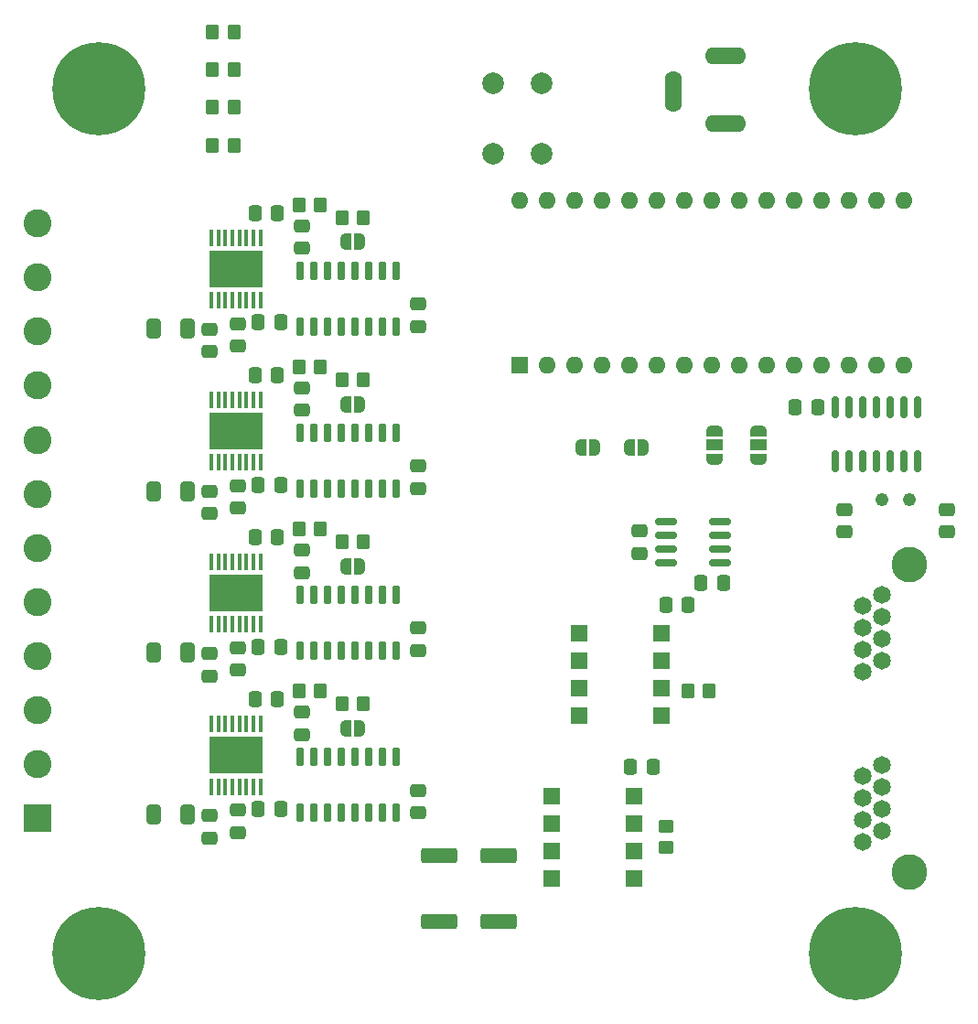
<source format=gbr>
%TF.GenerationSoftware,KiCad,Pcbnew,8.0.6*%
%TF.CreationDate,2024-11-16T18:30:06-05:00*%
%TF.ProjectId,LCC_Booster,4c43435f-426f-46f7-9374-65722e6b6963,4*%
%TF.SameCoordinates,Original*%
%TF.FileFunction,Soldermask,Top*%
%TF.FilePolarity,Negative*%
%FSLAX46Y46*%
G04 Gerber Fmt 4.6, Leading zero omitted, Abs format (unit mm)*
G04 Created by KiCad (PCBNEW 8.0.6) date 2024-11-16 18:30:06*
%MOMM*%
%LPD*%
G01*
G04 APERTURE LIST*
G04 Aperture macros list*
%AMRoundRect*
0 Rectangle with rounded corners*
0 $1 Rounding radius*
0 $2 $3 $4 $5 $6 $7 $8 $9 X,Y pos of 4 corners*
0 Add a 4 corners polygon primitive as box body*
4,1,4,$2,$3,$4,$5,$6,$7,$8,$9,$2,$3,0*
0 Add four circle primitives for the rounded corners*
1,1,$1+$1,$2,$3*
1,1,$1+$1,$4,$5*
1,1,$1+$1,$6,$7*
1,1,$1+$1,$8,$9*
0 Add four rect primitives between the rounded corners*
20,1,$1+$1,$2,$3,$4,$5,0*
20,1,$1+$1,$4,$5,$6,$7,0*
20,1,$1+$1,$6,$7,$8,$9,0*
20,1,$1+$1,$8,$9,$2,$3,0*%
%AMFreePoly0*
4,1,19,0.500000,-0.750000,0.000000,-0.750000,0.000000,-0.744911,-0.071157,-0.744911,-0.207708,-0.704816,-0.327430,-0.627875,-0.420627,-0.520320,-0.479746,-0.390866,-0.500000,-0.250000,-0.500000,0.250000,-0.479746,0.390866,-0.420627,0.520320,-0.327430,0.627875,-0.207708,0.704816,-0.071157,0.744911,0.000000,0.744911,0.000000,0.750000,0.500000,0.750000,0.500000,-0.750000,0.500000,-0.750000,
$1*%
%AMFreePoly1*
4,1,19,0.000000,0.744911,0.071157,0.744911,0.207708,0.704816,0.327430,0.627875,0.420627,0.520320,0.479746,0.390866,0.500000,0.250000,0.500000,-0.250000,0.479746,-0.390866,0.420627,-0.520320,0.327430,-0.627875,0.207708,-0.704816,0.071157,-0.744911,0.000000,-0.744911,0.000000,-0.750000,-0.500000,-0.750000,-0.500000,0.750000,0.000000,0.750000,0.000000,0.744911,0.000000,0.744911,
$1*%
%AMFreePoly2*
4,1,19,0.550000,-0.750000,0.000000,-0.750000,0.000000,-0.744911,-0.071157,-0.744911,-0.207708,-0.704816,-0.327430,-0.627875,-0.420627,-0.520320,-0.479746,-0.390866,-0.500000,-0.250000,-0.500000,0.250000,-0.479746,0.390866,-0.420627,0.520320,-0.327430,0.627875,-0.207708,0.704816,-0.071157,0.744911,0.000000,0.744911,0.000000,0.750000,0.550000,0.750000,0.550000,-0.750000,0.550000,-0.750000,
$1*%
%AMFreePoly3*
4,1,19,0.000000,0.744911,0.071157,0.744911,0.207708,0.704816,0.327430,0.627875,0.420627,0.520320,0.479746,0.390866,0.500000,0.250000,0.500000,-0.250000,0.479746,-0.390866,0.420627,-0.520320,0.327430,-0.627875,0.207708,-0.704816,0.071157,-0.744911,0.000000,-0.744911,0.000000,-0.750000,-0.550000,-0.750000,-0.550000,0.750000,0.000000,0.750000,0.000000,0.744911,0.000000,0.744911,
$1*%
G04 Aperture macros list end*
%ADD10C,0.000000*%
%ADD11RoundRect,0.250000X0.450000X-0.350000X0.450000X0.350000X-0.450000X0.350000X-0.450000X-0.350000X0*%
%ADD12RoundRect,0.250000X-0.350000X-0.450000X0.350000X-0.450000X0.350000X0.450000X-0.350000X0.450000X0*%
%ADD13RoundRect,0.250000X-0.337500X-0.475000X0.337500X-0.475000X0.337500X0.475000X-0.337500X0.475000X0*%
%ADD14RoundRect,0.250000X0.475000X-0.337500X0.475000X0.337500X-0.475000X0.337500X-0.475000X-0.337500X0*%
%ADD15RoundRect,0.250000X0.337500X0.475000X-0.337500X0.475000X-0.337500X-0.475000X0.337500X-0.475000X0*%
%ADD16RoundRect,0.250000X-0.475000X0.337500X-0.475000X-0.337500X0.475000X-0.337500X0.475000X0.337500X0*%
%ADD17FreePoly0,180.000000*%
%ADD18FreePoly1,180.000000*%
%ADD19RoundRect,0.250000X0.412500X0.650000X-0.412500X0.650000X-0.412500X-0.650000X0.412500X-0.650000X0*%
%ADD20R,1.600000X1.600000*%
%ADD21FreePoly0,0.000000*%
%ADD22FreePoly1,0.000000*%
%ADD23C,2.000000*%
%ADD24R,0.449999X1.500000*%
%ADD25R,5.000000X3.400001*%
%ADD26RoundRect,0.150000X-0.150000X0.725000X-0.150000X-0.725000X0.150000X-0.725000X0.150000X0.725000X0*%
%ADD27FreePoly2,270.000000*%
%ADD28R,1.500000X1.000000*%
%ADD29FreePoly3,270.000000*%
%ADD30RoundRect,0.150000X0.150000X-0.825000X0.150000X0.825000X-0.150000X0.825000X-0.150000X-0.825000X0*%
%ADD31C,0.900000*%
%ADD32C,8.600000*%
%ADD33C,3.300000*%
%ADD34C,1.652000*%
%ADD35C,1.234000*%
%ADD36O,1.600000X1.600000*%
%ADD37O,3.804000X1.604000*%
%ADD38O,1.604000X3.804000*%
%ADD39RoundRect,0.249999X1.425001X-0.450001X1.425001X0.450001X-1.425001X0.450001X-1.425001X-0.450001X0*%
%ADD40RoundRect,0.150000X-0.825000X-0.150000X0.825000X-0.150000X0.825000X0.150000X-0.825000X0.150000X0*%
%ADD41R,2.600000X2.600000*%
%ADD42C,2.600000*%
G04 APERTURE END LIST*
D10*
%TO.C,U8*%
G36*
X44405401Y-90458446D02*
G01*
X44414631Y-90461245D01*
X44423135Y-90465791D01*
X44430593Y-90471910D01*
X44436712Y-90479368D01*
X44441258Y-90487872D01*
X44444057Y-90497102D01*
X44445002Y-90506701D01*
X44445002Y-92868301D01*
X44444057Y-92877900D01*
X44441258Y-92887130D01*
X44436712Y-92895634D01*
X44430593Y-92903092D01*
X44423135Y-92909211D01*
X44414631Y-92913757D01*
X44405401Y-92916556D01*
X44395802Y-92917501D01*
X40944202Y-92917501D01*
X40934603Y-92916556D01*
X40925373Y-92913757D01*
X40916869Y-92909211D01*
X40909411Y-92903092D01*
X40903292Y-92895634D01*
X40898746Y-92887130D01*
X40895947Y-92877900D01*
X40895002Y-92868301D01*
X40895002Y-90506701D01*
X40895947Y-90497102D01*
X40898746Y-90487872D01*
X40903292Y-90479368D01*
X40909411Y-90471910D01*
X40916869Y-90465791D01*
X40925373Y-90461245D01*
X40934603Y-90458446D01*
X40944202Y-90457501D01*
X44395802Y-90457501D01*
X44405401Y-90458446D01*
G37*
%TO.C,U6*%
G36*
X44405401Y-75458446D02*
G01*
X44414631Y-75461245D01*
X44423135Y-75465791D01*
X44430593Y-75471910D01*
X44436712Y-75479368D01*
X44441258Y-75487872D01*
X44444057Y-75497102D01*
X44445002Y-75506701D01*
X44445002Y-77868301D01*
X44444057Y-77877900D01*
X44441258Y-77887130D01*
X44436712Y-77895634D01*
X44430593Y-77903092D01*
X44423135Y-77909211D01*
X44414631Y-77913757D01*
X44405401Y-77916556D01*
X44395802Y-77917501D01*
X40944202Y-77917501D01*
X40934603Y-77916556D01*
X40925373Y-77913757D01*
X40916869Y-77909211D01*
X40909411Y-77903092D01*
X40903292Y-77895634D01*
X40898746Y-77887130D01*
X40895947Y-77877900D01*
X40895002Y-77868301D01*
X40895002Y-75506701D01*
X40895947Y-75497102D01*
X40898746Y-75487872D01*
X40903292Y-75479368D01*
X40909411Y-75471910D01*
X40916869Y-75465791D01*
X40925373Y-75461245D01*
X40934603Y-75458446D01*
X40944202Y-75457501D01*
X44395802Y-75457501D01*
X44405401Y-75458446D01*
G37*
%TO.C,U4*%
G36*
X44405401Y-60458446D02*
G01*
X44414631Y-60461245D01*
X44423135Y-60465791D01*
X44430593Y-60471910D01*
X44436712Y-60479368D01*
X44441258Y-60487872D01*
X44444057Y-60497102D01*
X44445002Y-60506701D01*
X44445002Y-62868301D01*
X44444057Y-62877900D01*
X44441258Y-62887130D01*
X44436712Y-62895634D01*
X44430593Y-62903092D01*
X44423135Y-62909211D01*
X44414631Y-62913757D01*
X44405401Y-62916556D01*
X44395802Y-62917501D01*
X40944202Y-62917501D01*
X40934603Y-62916556D01*
X40925373Y-62913757D01*
X40916869Y-62909211D01*
X40909411Y-62903092D01*
X40903292Y-62895634D01*
X40898746Y-62887130D01*
X40895947Y-62877900D01*
X40895002Y-62868301D01*
X40895002Y-60506701D01*
X40895947Y-60497102D01*
X40898746Y-60487872D01*
X40903292Y-60479368D01*
X40909411Y-60471910D01*
X40916869Y-60465791D01*
X40925373Y-60461245D01*
X40934603Y-60458446D01*
X40944202Y-60457501D01*
X44395802Y-60457501D01*
X44405401Y-60458446D01*
G37*
%TO.C,U2*%
G36*
X44405401Y-45458446D02*
G01*
X44414631Y-45461245D01*
X44423135Y-45465791D01*
X44430593Y-45471910D01*
X44436712Y-45479368D01*
X44441258Y-45487872D01*
X44444057Y-45497102D01*
X44445002Y-45506701D01*
X44445002Y-47868301D01*
X44444057Y-47877900D01*
X44441258Y-47887130D01*
X44436712Y-47895634D01*
X44430593Y-47903092D01*
X44423135Y-47909211D01*
X44414631Y-47913757D01*
X44405401Y-47916556D01*
X44395802Y-47917501D01*
X40944202Y-47917501D01*
X40934603Y-47916556D01*
X40925373Y-47913757D01*
X40916869Y-47909211D01*
X40909411Y-47903092D01*
X40903292Y-47895634D01*
X40898746Y-47887130D01*
X40895947Y-47877900D01*
X40895002Y-47868301D01*
X40895002Y-45506701D01*
X40895947Y-45497102D01*
X40898746Y-45487872D01*
X40903292Y-45479368D01*
X40909411Y-45471910D01*
X40916869Y-45465791D01*
X40925373Y-45461245D01*
X40934603Y-45458446D01*
X40944202Y-45457501D01*
X44395802Y-45457501D01*
X44405401Y-45458446D01*
G37*
%TD*%
D11*
%TO.C,R16*%
X82500000Y-100250000D03*
X82500000Y-98250000D03*
%TD*%
D12*
%TO.C,R13*%
X84500000Y-85750000D03*
X86500000Y-85750000D03*
%TD*%
%TO.C,R12*%
X52500000Y-86950000D03*
X54500000Y-86950000D03*
%TD*%
%TO.C,R11*%
X48500000Y-85750000D03*
X50500000Y-85750000D03*
%TD*%
%TO.C,R9*%
X52500000Y-71950000D03*
X54500000Y-71950000D03*
%TD*%
%TO.C,R8*%
X48500000Y-70750000D03*
X50500000Y-70750000D03*
%TD*%
%TO.C,R6*%
X52500000Y-56950000D03*
X54500000Y-56950000D03*
%TD*%
%TO.C,R5*%
X48500000Y-55750000D03*
X50500000Y-55750000D03*
%TD*%
%TO.C,R3*%
X52500000Y-41950000D03*
X54500000Y-41950000D03*
%TD*%
%TO.C,R2*%
X48500000Y-40750000D03*
X50500000Y-40750000D03*
%TD*%
D13*
%TO.C,C35*%
X79212500Y-92750000D03*
X81287500Y-92750000D03*
%TD*%
%TO.C,C34*%
X82462500Y-77750000D03*
X84537500Y-77750000D03*
%TD*%
D14*
%TO.C,C33*%
X80000000Y-73037500D03*
X80000000Y-70962500D03*
%TD*%
D15*
%TO.C,C32*%
X96537500Y-59500000D03*
X94462500Y-59500000D03*
%TD*%
%TO.C,C31*%
X87787500Y-75750000D03*
X85712500Y-75750000D03*
%TD*%
D14*
%TO.C,C30*%
X108500000Y-71037500D03*
X108500000Y-68962500D03*
%TD*%
%TO.C,C29*%
X99000000Y-71037500D03*
X99000000Y-68962500D03*
%TD*%
D16*
%TO.C,C28*%
X48750000Y-87712500D03*
X48750000Y-89787500D03*
%TD*%
D13*
%TO.C,C27*%
X44750000Y-96656808D03*
X46825000Y-96656808D03*
%TD*%
D16*
%TO.C,C26*%
X40235532Y-97273779D03*
X40235532Y-99348779D03*
%TD*%
D14*
%TO.C,C24*%
X42874346Y-98825000D03*
X42874346Y-96750000D03*
%TD*%
D13*
%TO.C,C23*%
X44462500Y-86500000D03*
X46537500Y-86500000D03*
%TD*%
D14*
%TO.C,C22*%
X59500000Y-97000000D03*
X59500000Y-94925000D03*
%TD*%
D16*
%TO.C,C21*%
X48750000Y-72712500D03*
X48750000Y-74787500D03*
%TD*%
D13*
%TO.C,C20*%
X44750000Y-81656808D03*
X46825000Y-81656808D03*
%TD*%
D16*
%TO.C,C19*%
X40235532Y-82273779D03*
X40235532Y-84348779D03*
%TD*%
D14*
%TO.C,C17*%
X42874346Y-83825000D03*
X42874346Y-81750000D03*
%TD*%
D13*
%TO.C,C16*%
X44462500Y-71500000D03*
X46537500Y-71500000D03*
%TD*%
D14*
%TO.C,C15*%
X59500000Y-82000000D03*
X59500000Y-79925000D03*
%TD*%
D16*
%TO.C,C14*%
X48750000Y-57712500D03*
X48750000Y-59787500D03*
%TD*%
D13*
%TO.C,C13*%
X44750000Y-66656808D03*
X46825000Y-66656808D03*
%TD*%
D16*
%TO.C,C12*%
X40235532Y-67273779D03*
X40235532Y-69348779D03*
%TD*%
D14*
%TO.C,C10*%
X42874346Y-68825000D03*
X42874346Y-66750000D03*
%TD*%
D13*
%TO.C,C9*%
X44462500Y-56500000D03*
X46537500Y-56500000D03*
%TD*%
D14*
%TO.C,C8*%
X59500000Y-67000000D03*
X59500000Y-64925000D03*
%TD*%
D16*
%TO.C,C7*%
X48750000Y-42712500D03*
X48750000Y-44787500D03*
%TD*%
D13*
%TO.C,C6*%
X44750000Y-51656808D03*
X46825000Y-51656808D03*
%TD*%
D16*
%TO.C,C5*%
X40235532Y-52273779D03*
X40235532Y-54348779D03*
%TD*%
D14*
%TO.C,C3*%
X42874346Y-53825000D03*
X42874346Y-51750000D03*
%TD*%
D13*
%TO.C,C2*%
X44462500Y-41500000D03*
X46537500Y-41500000D03*
%TD*%
D14*
%TO.C,C1*%
X59500000Y-52000000D03*
X59500000Y-49925000D03*
%TD*%
D17*
%TO.C,JP6*%
X54150000Y-44200000D03*
D18*
X52850000Y-44200000D03*
%TD*%
D19*
%TO.C,C18*%
X38232502Y-82187501D03*
X35107502Y-82187501D03*
%TD*%
D20*
%TO.C,U12*%
X71940000Y-95440000D03*
X71940000Y-97980000D03*
X71940000Y-100520000D03*
X71940000Y-103060000D03*
X79560000Y-103060000D03*
X79560000Y-100520000D03*
X79560000Y-97980000D03*
X79560000Y-95440000D03*
%TD*%
D21*
%TO.C,JP2*%
X79100000Y-63250000D03*
D22*
X80400000Y-63250000D03*
%TD*%
D19*
%TO.C,C11*%
X38209681Y-67314510D03*
X35084681Y-67314510D03*
%TD*%
D12*
%TO.C,R4*%
X40500000Y-28250000D03*
X42500000Y-28250000D03*
%TD*%
D17*
%TO.C,JP7*%
X54150000Y-59200000D03*
D18*
X52850000Y-59200000D03*
%TD*%
D23*
%TO.C,SW1*%
X66500000Y-36000000D03*
X66500000Y-29500000D03*
X71000000Y-36000000D03*
X71000000Y-29500000D03*
%TD*%
D24*
%TO.C,U8*%
X44945001Y-88787502D03*
X44295000Y-88787502D03*
X43645001Y-88787502D03*
X42995000Y-88787502D03*
X42345001Y-88787502D03*
X41695000Y-88787502D03*
X41045001Y-88787502D03*
X40395000Y-88787502D03*
X40395000Y-94587500D03*
X41045001Y-94587500D03*
X41695000Y-94587500D03*
X42345001Y-94587500D03*
X42995000Y-94587500D03*
X43645001Y-94587500D03*
X44295000Y-94587500D03*
X44945001Y-94587500D03*
D25*
X42670002Y-91687501D03*
%TD*%
D26*
%TO.C,U3*%
X57497500Y-61850000D03*
X56227500Y-61850000D03*
X54957500Y-61850000D03*
X53687500Y-61850000D03*
X52417500Y-61850000D03*
X51147500Y-61850000D03*
X49877500Y-61850000D03*
X48607500Y-61850000D03*
X48607500Y-67000000D03*
X49877500Y-67000000D03*
X51147500Y-67000000D03*
X52417500Y-67000000D03*
X53687500Y-67000000D03*
X54957500Y-67000000D03*
X56227500Y-67000000D03*
X57497500Y-67000000D03*
%TD*%
D27*
%TO.C,JP11*%
X87000000Y-61700000D03*
D28*
X87000000Y-63000000D03*
D29*
X87000000Y-64300000D03*
%TD*%
D12*
%TO.C,R1*%
X40500000Y-24750000D03*
X42500000Y-24750000D03*
%TD*%
D26*
%TO.C,U7*%
X57497500Y-91850000D03*
X56227500Y-91850000D03*
X54957500Y-91850000D03*
X53687500Y-91850000D03*
X52417500Y-91850000D03*
X51147500Y-91850000D03*
X49877500Y-91850000D03*
X48607500Y-91850000D03*
X48607500Y-97000000D03*
X49877500Y-97000000D03*
X51147500Y-97000000D03*
X52417500Y-97000000D03*
X53687500Y-97000000D03*
X54957500Y-97000000D03*
X56227500Y-97000000D03*
X57497500Y-97000000D03*
%TD*%
D30*
%TO.C,U9*%
X98190000Y-64475000D03*
X99460000Y-64475000D03*
X100730000Y-64475000D03*
X102000000Y-64475000D03*
X103270000Y-64475000D03*
X104540000Y-64475000D03*
X105810000Y-64475000D03*
X105810000Y-59525000D03*
X104540000Y-59525000D03*
X103270000Y-59525000D03*
X102000000Y-59525000D03*
X100730000Y-59525000D03*
X99460000Y-59525000D03*
X98190000Y-59525000D03*
%TD*%
D31*
%TO.C,H1*%
X26775000Y-30000000D03*
X27719581Y-27719581D03*
X27719581Y-32280419D03*
X30000000Y-26775000D03*
D32*
X30000000Y-30000000D03*
D31*
X30000000Y-33225000D03*
X32280419Y-27719581D03*
X32280419Y-32280419D03*
X33225000Y-30000000D03*
%TD*%
D27*
%TO.C,JP10*%
X91000000Y-61700000D03*
D28*
X91000000Y-63000000D03*
D29*
X91000000Y-64300000D03*
%TD*%
D33*
%TO.C,J3*%
X105000000Y-102475000D03*
X105000000Y-74025000D03*
D34*
X102460000Y-92573000D03*
X100680000Y-93589000D03*
X102460000Y-94605000D03*
X100680000Y-95621000D03*
X102460000Y-96637000D03*
X100680000Y-97653000D03*
X102460000Y-98669000D03*
X100680000Y-99685000D03*
X102460000Y-76823000D03*
X100680000Y-77839000D03*
X102460000Y-78855000D03*
X100680000Y-79871000D03*
X102460000Y-80887000D03*
X100680000Y-81903000D03*
X102460000Y-82919000D03*
X100680000Y-83935000D03*
%TD*%
D31*
%TO.C,H4*%
X26775000Y-110000000D03*
X27719581Y-107719581D03*
X27719581Y-112280419D03*
X30000000Y-106775000D03*
D32*
X30000000Y-110000000D03*
D31*
X30000000Y-113225000D03*
X32280419Y-107719581D03*
X32280419Y-112280419D03*
X33225000Y-110000000D03*
%TD*%
D35*
%TO.C,Y1*%
X105000000Y-68018861D03*
X102500000Y-68018861D03*
%TD*%
D20*
%TO.C,A1*%
X68950000Y-55610000D03*
D36*
X71490000Y-55610000D03*
X74030000Y-55610000D03*
X76570000Y-55610000D03*
X79110000Y-55610000D03*
X81650000Y-55610000D03*
X84190000Y-55610000D03*
X86730000Y-55610000D03*
X89270000Y-55610000D03*
X91810000Y-55610000D03*
X94350000Y-55610000D03*
X96890000Y-55610000D03*
X99430000Y-55610000D03*
X101970000Y-55610000D03*
X104510000Y-55610000D03*
X104510000Y-40370000D03*
X101970000Y-40370000D03*
X99430000Y-40370000D03*
X96890000Y-40370000D03*
X94350000Y-40370000D03*
X91810000Y-40370000D03*
X89270000Y-40370000D03*
X86730000Y-40370000D03*
X84190000Y-40370000D03*
X81650000Y-40370000D03*
X79110000Y-40370000D03*
X76570000Y-40370000D03*
X74030000Y-40370000D03*
X71490000Y-40370000D03*
X68950000Y-40370000D03*
%TD*%
D24*
%TO.C,U6*%
X44945001Y-73787502D03*
X44295000Y-73787502D03*
X43645001Y-73787502D03*
X42995000Y-73787502D03*
X42345001Y-73787502D03*
X41695000Y-73787502D03*
X41045001Y-73787502D03*
X40395000Y-73787502D03*
X40395000Y-79587500D03*
X41045001Y-79587500D03*
X41695000Y-79587500D03*
X42345001Y-79587500D03*
X42995000Y-79587500D03*
X43645001Y-79587500D03*
X44295000Y-79587500D03*
X44945001Y-79587500D03*
D25*
X42670002Y-76687501D03*
%TD*%
D24*
%TO.C,U4*%
X44945001Y-58787502D03*
X44295000Y-58787502D03*
X43645001Y-58787502D03*
X42995000Y-58787502D03*
X42345001Y-58787502D03*
X41695000Y-58787502D03*
X41045001Y-58787502D03*
X40395000Y-58787502D03*
X40395000Y-64587500D03*
X41045001Y-64587500D03*
X41695000Y-64587500D03*
X42345001Y-64587500D03*
X42995000Y-64587500D03*
X43645001Y-64587500D03*
X44295000Y-64587500D03*
X44945001Y-64587500D03*
D25*
X42670002Y-61687501D03*
%TD*%
D37*
%TO.C,J2*%
X88000000Y-33250000D03*
X88000000Y-27000000D03*
D38*
X83200000Y-30250000D03*
%TD*%
D17*
%TO.C,JP8*%
X54150000Y-74200000D03*
D18*
X52850000Y-74200000D03*
%TD*%
D12*
%TO.C,R7*%
X40500000Y-31750000D03*
X42500000Y-31750000D03*
%TD*%
%TO.C,R10*%
X40500000Y-35250000D03*
X42500000Y-35250000D03*
%TD*%
D21*
%TO.C,JP1*%
X74600000Y-63250000D03*
D22*
X75900000Y-63250000D03*
%TD*%
D24*
%TO.C,U2*%
X44945001Y-43787502D03*
X44295000Y-43787502D03*
X43645001Y-43787502D03*
X42995000Y-43787502D03*
X42345001Y-43787502D03*
X41695000Y-43787502D03*
X41045001Y-43787502D03*
X40395000Y-43787502D03*
X40395000Y-49587500D03*
X41045001Y-49587500D03*
X41695000Y-49587500D03*
X42345001Y-49587500D03*
X42995000Y-49587500D03*
X43645001Y-49587500D03*
X44295000Y-49587500D03*
X44945001Y-49587500D03*
D25*
X42670002Y-46687501D03*
%TD*%
D17*
%TO.C,JP9*%
X54150000Y-89200000D03*
D18*
X52850000Y-89200000D03*
%TD*%
D19*
%TO.C,C4*%
X38217934Y-52194636D03*
X35092934Y-52194636D03*
%TD*%
D39*
%TO.C,R14*%
X61500000Y-107050000D03*
X61500000Y-100950000D03*
%TD*%
%TO.C,R15*%
X67000000Y-107050000D03*
X67000000Y-100950000D03*
%TD*%
D31*
%TO.C,H3*%
X96775000Y-110000000D03*
X97719581Y-107719581D03*
X97719581Y-112280419D03*
X100000000Y-106775000D03*
D32*
X100000000Y-110000000D03*
D31*
X100000000Y-113225000D03*
X102280419Y-107719581D03*
X102280419Y-112280419D03*
X103225000Y-110000000D03*
%TD*%
D19*
%TO.C,C25*%
X38232502Y-97187501D03*
X35107502Y-97187501D03*
%TD*%
D26*
%TO.C,U1*%
X57497500Y-46850000D03*
X56227500Y-46850000D03*
X54957500Y-46850000D03*
X53687500Y-46850000D03*
X52417500Y-46850000D03*
X51147500Y-46850000D03*
X49877500Y-46850000D03*
X48607500Y-46850000D03*
X48607500Y-52000000D03*
X49877500Y-52000000D03*
X51147500Y-52000000D03*
X52417500Y-52000000D03*
X53687500Y-52000000D03*
X54957500Y-52000000D03*
X56227500Y-52000000D03*
X57497500Y-52000000D03*
%TD*%
%TO.C,U5*%
X57497500Y-76850000D03*
X56227500Y-76850000D03*
X54957500Y-76850000D03*
X53687500Y-76850000D03*
X52417500Y-76850000D03*
X51147500Y-76850000D03*
X49877500Y-76850000D03*
X48607500Y-76850000D03*
X48607500Y-82000000D03*
X49877500Y-82000000D03*
X51147500Y-82000000D03*
X52417500Y-82000000D03*
X53687500Y-82000000D03*
X54957500Y-82000000D03*
X56227500Y-82000000D03*
X57497500Y-82000000D03*
%TD*%
D31*
%TO.C,H2*%
X96775000Y-30000000D03*
X97719581Y-27719581D03*
X97719581Y-32280419D03*
X100000000Y-26775000D03*
D32*
X100000000Y-30000000D03*
D31*
X100000000Y-33225000D03*
X102280419Y-27719581D03*
X102280419Y-32280419D03*
X103225000Y-30000000D03*
%TD*%
D40*
%TO.C,U10*%
X82525000Y-70095000D03*
X82525000Y-71365000D03*
X82525000Y-72635000D03*
X82525000Y-73905000D03*
X87475000Y-73905000D03*
X87475000Y-72635000D03*
X87475000Y-71365000D03*
X87475000Y-70095000D03*
%TD*%
D20*
%TO.C,U11*%
X74440000Y-80440000D03*
X74440000Y-82980000D03*
X74440000Y-85520000D03*
X74440000Y-88060000D03*
X82060000Y-88060000D03*
X82060000Y-85520000D03*
X82060000Y-82980000D03*
X82060000Y-80440000D03*
%TD*%
D41*
%TO.C,J1*%
X24305000Y-97500000D03*
D42*
X24305000Y-92500000D03*
X24305000Y-87500000D03*
X24305000Y-82500000D03*
X24305000Y-77500000D03*
X24305000Y-72500000D03*
X24305000Y-67500000D03*
X24305000Y-62500000D03*
X24305000Y-57500000D03*
X24305000Y-52500000D03*
X24305000Y-47500000D03*
X24305000Y-42500000D03*
%TD*%
M02*

</source>
